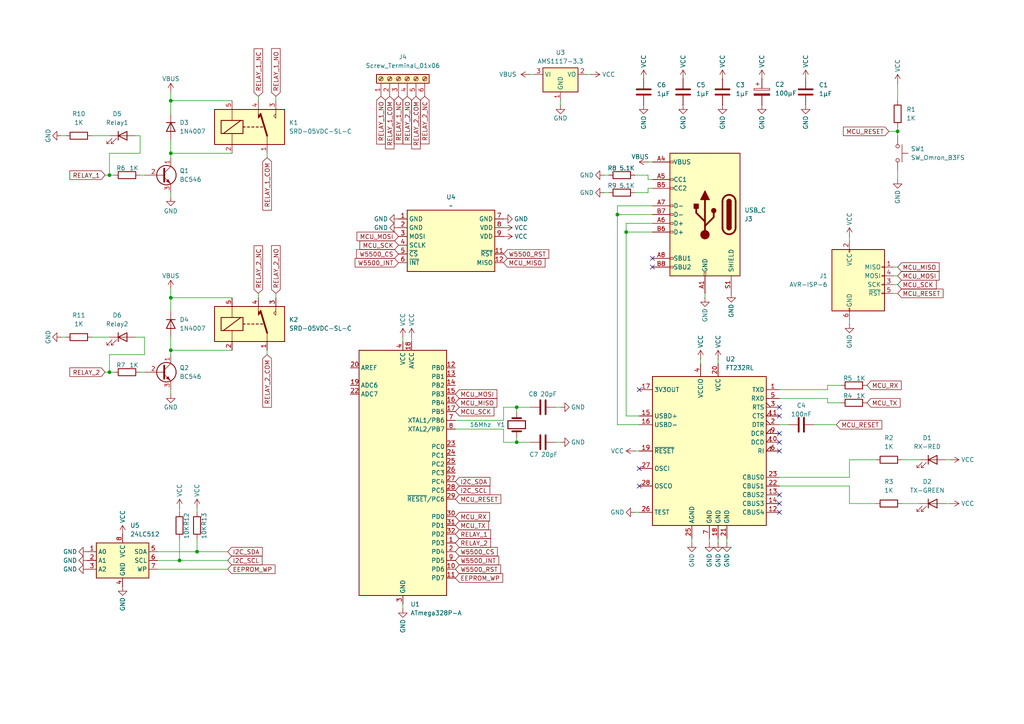
<source format=kicad_sch>
(kicad_sch (version 20231120) (generator "eeschema") (generator_version "8.0")
  (paper "A4")
  (lib_symbols
    (symbol "Connector:AVR-ISP-6" (pin_names (offset 1.016))
      (property "Reference" "J" (at -6.35 11.43 0))
      (property "Value" "AVR-ISP-6" (at 0 11.43 0))
      (symbol "AVR-ISP-6_1_1"
        (pin passive line (at 10.16 5.08 180) (length 2.54) (name "MISO") (number "1"))
        (pin passive line (at -2.54 12.7 270) (length 2.54) (name "VCC") (number "2"))
        (pin passive line (at 10.16 0 180) (length 2.54) (name "SCK") (number "3"))
        (pin passive line (at 10.16 2.54 180) (length 2.54) (name "MOSI") (number "4"))
        (pin passive line (at 10.16 -2.54 180) (length 2.54) (name "~{RST}") (number "5"))
        (pin passive line (at -2.54 -10.16 90) (length 2.54) (name "GND") (number "6"))
      )
    )
    (symbol "Connector:Screw_Terminal_01x06" (pin_names (offset 1.016) hide)
      (property "Reference" "J" (at 0 7.62 0))
      (property "Value" "Screw_Terminal_01x06" (at 0 -10.16 0))
      (symbol "Screw_Terminal_01x06_1_1"
        (pin passive line (at -5.08 5.08 0) (length 3.81) (name "Pin_1") (number "1"))
        (pin passive line (at -5.08 2.54 0) (length 3.81) (name "Pin_2") (number "2"))
        (pin passive line (at -5.08 0 0) (length 3.81) (name "Pin_3") (number "3"))
        (pin passive line (at -5.08 -2.54 0) (length 3.81) (name "Pin_4") (number "4"))
        (pin passive line (at -5.08 -5.08 0) (length 3.81) (name "Pin_5") (number "5"))
        (pin passive line (at -5.08 -7.62 0) (length 3.81) (name "Pin_6") (number "6"))
      )
    )
    (symbol "Connector:USB_C_Receptacle_USB2.0_16P" (pin_names (offset 1.016))
      (property "Reference" "J" (at 0 22.225 0))
      (property "Value" "USB_C_Receptacle_USB2.0_16P" (at 0 19.685 0))
      (symbol "USB_C_Receptacle_USB2.0_16P_1_1"
        (pin passive line (at 0 -22.86 90) (length 5.08) (name "GND") (number "A1"))
        (pin passive line (at 0 -22.86 90) (length 5.08) hide (name "GND") (number "A12"))
        (pin passive line (at 15.24 15.24 180) (length 5.08) (name "VBUS") (number "A4"))
        (pin bidirectional line (at 15.24 10.16 180) (length 5.08) (name "CC1") (number "A5"))
        (pin bidirectional line (at 15.24 -2.54 180) (length 5.08) (name "D+") (number "A6"))
        (pin bidirectional line (at 15.24 2.54 180) (length 5.08) (name "D-") (number "A7"))
        (pin bidirectional line (at 15.24 -12.7 180) (length 5.08) (name "SBU1") (number "A8"))
        (pin passive line (at 15.24 15.24 180) (length 5.08) hide (name "VBUS") (number "A9"))
        (pin passive line (at 0 -22.86 90) (length 5.08) hide (name "GND") (number "B1"))
        (pin passive line (at 0 -22.86 90) (length 5.08) hide (name "GND") (number "B12"))
        (pin passive line (at 15.24 15.24 180) (length 5.08) hide (name "VBUS") (number "B4"))
        (pin bidirectional line (at 15.24 7.62 180) (length 5.08) (name "CC2") (number "B5"))
        (pin bidirectional line (at 15.24 -5.08 180) (length 5.08) (name "D+") (number "B6"))
        (pin bidirectional line (at 15.24 0 180) (length 5.08) (name "D-") (number "B7"))
        (pin bidirectional line (at 15.24 -15.24 180) (length 5.08) (name "SBU2") (number "B8"))
        (pin passive line (at 15.24 15.24 180) (length 5.08) hide (name "VBUS") (number "B9"))
        (pin passive line (at -7.62 -22.86 90) (length 5.08) (name "SHIELD") (number "S1"))
      )
    )
    (symbol "Device:C" (pin_numbers hide) (pin_names (offset 0.254))
      (property "Reference" "C" (at 0.635 2.54 0))
      (property "Value" "C" (at 0.635 -2.54 0))
      (symbol "C_1_1"
        (pin passive line (at 0 3.81 270) (length 2.794) (name "~") (number "1"))
        (pin passive line (at 0 -3.81 90) (length 2.794) (name "~") (number "2"))
      )
    )
    (symbol "Device:C_Polarized" (pin_numbers hide) (pin_names (offset 0.254))
      (property "Reference" "C" (at 0.635 2.54 0))
      (property "Value" "C_Polarized" (at 0.635 -2.54 0))
      (symbol "C_Polarized_1_1"
        (pin passive line (at 0 3.81 270) (length 2.794) (name "~") (number "1"))
        (pin passive line (at 0 -3.81 90) (length 2.794) (name "~") (number "2"))
      )
    )
    (symbol "Device:Crystal" (pin_numbers hide) (pin_names (offset 1.016) hide)
      (property "Reference" "Y" (at 0 3.81 0))
      (property "Value" "Crystal" (at 0 -3.81 0))
      (symbol "Crystal_1_1"
        (pin passive line (at -3.81 0 0) (length 1.27) (name "1") (number "1"))
        (pin passive line (at 3.81 0 180) (length 1.27) (name "2") (number "2"))
      )
    )
    (symbol "Device:LED" (pin_numbers hide) (pin_names (offset 1.016) hide)
      (property "Reference" "D" (at 0 2.54 0))
      (property "Value" "LED" (at 0 -2.54 0))
      (symbol "LED_1_1"
        (pin passive line (at -3.81 0 0) (length 2.54) (name "K") (number "1"))
        (pin passive line (at 3.81 0 180) (length 2.54) (name "A") (number "2"))
      )
    )
    (symbol "Device:R" (pin_numbers hide) (pin_names (offset 0))
      (property "Reference" "R" (at 2.032 0 90))
      (property "Value" "R" (at 0 0 90))
      (symbol "R_1_1"
        (pin passive line (at 0 3.81 270) (length 1.27) (name "~") (number "1"))
        (pin passive line (at 0 -3.81 90) (length 1.27) (name "~") (number "2"))
      )
    )
    (symbol "Diode:1N4007" (pin_numbers hide) (pin_names hide)
      (property "Reference" "D" (at 0 2.54 0))
      (property "Value" "1N4007" (at 0 -2.54 0))
      (symbol "1N4007_1_1"
        (pin passive line (at -3.81 0 0) (length 2.54) (name "K") (number "1"))
        (pin passive line (at 3.81 0 180) (length 2.54) (name "A") (number "2"))
      )
    )
    (symbol "Interface_USB:FT232RL"
      (property "Reference" "U" (at -16.51 22.86 0))
      (property "Value" "FT232RL" (at 10.16 22.86 0))
      (symbol "FT232RL_1_1"
        (pin output line (at 20.32 17.78 180) (length 3.81) (name "TXD") (number "1"))
        (pin input input_low (at 20.32 2.54 180) (length 3.81) (name "DCD") (number "10"))
        (pin input input_low (at 20.32 10.16 180) (length 3.81) (name "CTS") (number "11"))
        (pin bidirectional line (at 20.32 -17.78 180) (length 3.81) (name "CBUS4") (number "12"))
        (pin bidirectional line (at 20.32 -12.7 180) (length 3.81) (name "CBUS2") (number "13"))
        (pin bidirectional line (at 20.32 -15.24 180) (length 3.81) (name "CBUS3") (number "14"))
        (pin bidirectional line (at -20.32 10.16 0) (length 3.81) (name "USBD+") (number "15"))
        (pin bidirectional line (at -20.32 7.62 0) (length 3.81) (name "USBD-") (number "16"))
        (pin power_out line (at -20.32 17.78 0) (length 3.81) (name "3V3OUT") (number "17"))
        (pin power_in line (at 2.54 -25.4 90) (length 3.81) (name "GND") (number "18"))
        (pin input line (at -20.32 0 0) (length 3.81) (name "~{RESET}") (number "19"))
        (pin output output_low (at 20.32 7.62 180) (length 3.81) (name "DTR") (number "2"))
        (pin power_in line (at 2.54 25.4 270) (length 3.81) (name "VCC") (number "20"))
        (pin power_in line (at 5.08 -25.4 90) (length 3.81) (name "GND") (number "21"))
        (pin bidirectional line (at 20.32 -10.16 180) (length 3.81) (name "CBUS1") (number "22"))
        (pin bidirectional line (at 20.32 -7.62 180) (length 3.81) (name "CBUS0") (number "23"))
        (pin power_in line (at -5.08 -25.4 90) (length 3.81) (name "AGND") (number "25"))
        (pin input line (at -20.32 -17.78 0) (length 3.81) (name "TEST") (number "26"))
        (pin input line (at -20.32 -5.08 0) (length 3.81) (name "OSCI") (number "27"))
        (pin output line (at -20.32 -10.16 0) (length 3.81) (name "OSCO") (number "28"))
        (pin output output_low (at 20.32 12.7 180) (length 3.81) (name "RTS") (number "3"))
        (pin power_in line (at -2.54 25.4 270) (length 3.81) (name "VCCIO") (number "4"))
        (pin input line (at 20.32 15.24 180) (length 3.81) (name "RXD") (number "5"))
        (pin input input_low (at 20.32 0 180) (length 3.81) (name "RI") (number "6"))
        (pin power_in line (at 0 -25.4 90) (length 3.81) (name "GND") (number "7"))
        (pin input input_low (at 20.32 5.08 180) (length 3.81) (name "DCR") (number "9"))
      )
    )
    (symbol "MCU_Microchip_ATmega:ATmega328P-A"
      (property "Reference" "U" (at -12.7 36.83 0))
      (property "Value" "ATmega328P-A" (at 2.54 -36.83 0))
      (symbol "ATmega328P-A_1_1"
        (pin bidirectional line (at 15.24 -20.32 180) (length 2.54) (name "PD3") (number "1"))
        (pin bidirectional line (at 15.24 -27.94 180) (length 2.54) (name "PD6") (number "10"))
        (pin bidirectional line (at 15.24 -30.48 180) (length 2.54) (name "PD7") (number "11"))
        (pin bidirectional line (at 15.24 30.48 180) (length 2.54) (name "PB0") (number "12"))
        (pin bidirectional line (at 15.24 27.94 180) (length 2.54) (name "PB1") (number "13"))
        (pin bidirectional line (at 15.24 25.4 180) (length 2.54) (name "PB2") (number "14"))
        (pin bidirectional line (at 15.24 22.86 180) (length 2.54) (name "PB3") (number "15"))
        (pin bidirectional line (at 15.24 20.32 180) (length 2.54) (name "PB4") (number "16"))
        (pin bidirectional line (at 15.24 17.78 180) (length 2.54) (name "PB5") (number "17"))
        (pin power_in line (at 2.54 38.1 270) (length 2.54) (name "AVCC") (number "18"))
        (pin input line (at -15.24 25.4 0) (length 2.54) (name "ADC6") (number "19"))
        (pin bidirectional line (at 15.24 -22.86 180) (length 2.54) (name "PD4") (number "2"))
        (pin passive line (at -15.24 30.48 0) (length 2.54) (name "AREF") (number "20"))
        (pin passive line (at 0 -38.1 90) (length 2.54) hide (name "GND") (number "21"))
        (pin input line (at -15.24 22.86 0) (length 2.54) (name "ADC7") (number "22"))
        (pin bidirectional line (at 15.24 7.62 180) (length 2.54) (name "PC0") (number "23"))
        (pin bidirectional line (at 15.24 5.08 180) (length 2.54) (name "PC1") (number "24"))
        (pin bidirectional line (at 15.24 2.54 180) (length 2.54) (name "PC2") (number "25"))
        (pin bidirectional line (at 15.24 0 180) (length 2.54) (name "PC3") (number "26"))
        (pin bidirectional line (at 15.24 -2.54 180) (length 2.54) (name "PC4") (number "27"))
        (pin bidirectional line (at 15.24 -5.08 180) (length 2.54) (name "PC5") (number "28"))
        (pin bidirectional line (at 15.24 -7.62 180) (length 2.54) (name "~{RESET}/PC6") (number "29"))
        (pin power_in line (at 0 -38.1 90) (length 2.54) (name "GND") (number "3"))
        (pin bidirectional line (at 15.24 -12.7 180) (length 2.54) (name "PD0") (number "30"))
        (pin bidirectional line (at 15.24 -15.24 180) (length 2.54) (name "PD1") (number "31"))
        (pin bidirectional line (at 15.24 -17.78 180) (length 2.54) (name "PD2") (number "32"))
        (pin power_in line (at 0 38.1 270) (length 2.54) (name "VCC") (number "4"))
        (pin passive line (at 0 -38.1 90) (length 2.54) hide (name "GND") (number "5"))
        (pin passive line (at 0 38.1 270) (length 2.54) hide (name "VCC") (number "6"))
        (pin bidirectional line (at 15.24 15.24 180) (length 2.54) (name "XTAL1/PB6") (number "7"))
        (pin bidirectional line (at 15.24 12.7 180) (length 2.54) (name "XTAL2/PB7") (number "8"))
        (pin bidirectional line (at 15.24 -25.4 180) (length 2.54) (name "PD5") (number "9"))
      )
    )
    (symbol "Memory_EEPROM:24LC512"
      (property "Reference" "U" (at -6.35 6.35 0))
      (property "Value" "24LC512" (at 1.27 6.35 0))
      (symbol "24LC512_1_1"
        (pin input line (at -10.16 2.54 0) (length 2.54) (name "A0") (number "1"))
        (pin input line (at -10.16 0 0) (length 2.54) (name "A1") (number "2"))
        (pin input line (at -10.16 -2.54 0) (length 2.54) (name "A2") (number "3"))
        (pin power_in line (at 0 -7.62 90) (length 2.54) (name "GND") (number "4"))
        (pin bidirectional line (at 10.16 2.54 180) (length 2.54) (name "SDA") (number "5"))
        (pin input line (at 10.16 0 180) (length 2.54) (name "SCL") (number "6"))
        (pin input line (at 10.16 -2.54 180) (length 2.54) (name "WP") (number "7"))
        (pin power_in line (at 0 7.62 270) (length 2.54) (name "VCC") (number "8"))
      )
    )
    (symbol "Regulator_Linear:AMS1117-3.3"
      (property "Reference" "U" (at -3.81 3.175 0))
      (property "Value" "AMS1117-3.3" (at 0 3.175 0))
      (symbol "AMS1117-3.3_1_1"
        (pin power_in line (at 0 -7.62 90) (length 2.54) (name "GND") (number "1"))
        (pin power_out line (at 7.62 0 180) (length 2.54) (name "VO") (number "2"))
        (pin power_in line (at -7.62 0 0) (length 2.54) (name "VI") (number "3"))
      )
    )
    (symbol "Relay:SANYOU_SRD_Form_C"
      (property "Reference" "K" (at 11.43 3.81 0))
      (property "Value" "SANYOU_SRD_Form_C" (at 11.43 1.27 0))
      (symbol "SANYOU_SRD_Form_C_1_1"
        (pin passive line (at 5.08 -7.62 90) (length 2.54) (name "~") (number "1"))
        (pin passive line (at -5.08 -7.62 90) (length 2.54) (name "~") (number "2"))
        (pin passive line (at 7.62 7.62 270) (length 2.54) (name "~") (number "3"))
        (pin passive line (at 2.54 7.62 270) (length 2.54) (name "~") (number "4"))
        (pin passive line (at -5.08 7.62 270) (length 2.54) (name "~") (number "5"))
      )
    )
    (symbol "Switch:SW_Omron_B3FS" (pin_numbers hide) (pin_names (offset 1.016) hide)
      (property "Reference" "SW" (at 1.27 2.54 0))
      (property "Value" "SW_Omron_B3FS" (at 0 -1.524 0))
      (symbol "SW_Omron_B3FS_0_1"
        (pin passive line (at -5.08 0 0) (length 2.54) (name "1") (number "1"))
        (pin passive line (at 5.08 0 180) (length 2.54) (name "2") (number "2"))
      )
    )
    (symbol "Transistor_BJT:BC546" (pin_names (offset 0) hide)
      (property "Reference" "Q" (at 5.08 1.905 0))
      (property "Value" "BC546" (at 5.08 0 0))
      (symbol "BC546_1_1"
        (pin passive line (at 2.54 5.08 270) (length 2.54) (name "C") (number "1"))
        (pin input line (at -5.08 0 0) (length 5.08) (name "B") (number "2"))
        (pin passive line (at 2.54 -5.08 90) (length 2.54) (name "E") (number "3"))
      )
    )
    (symbol "power:GND" (power) (pin_numbers hide) (pin_names (offset 0) hide)
      (property "Value" "GND" (at 0 -3.81 0))
      (symbol "GND_1_1"
        (pin power_in line (at 0 0 270) (length 0) (name "~") (number "1"))
      )
    )
    (symbol "power:VBUS" (power) (pin_numbers hide) (pin_names (offset 0) hide)
      (property "Value" "VBUS" (at 0 3.556 0))
      (symbol "VBUS_1_1"
        (pin power_in line (at 0 0 90) (length 0) (name "~") (number "1"))
      )
    )
    (symbol "power:VCC" (power) (pin_numbers hide) (pin_names (offset 0) hide)
      (property "Value" "VCC" (at 0 3.556 0))
      (symbol "VCC_1_1"
        (pin power_in line (at 0 0 90) (length 0) (name "~") (number "1"))
      )
    )
    (symbol "w5500-module:W5500Mini"
      (property "Reference" "U" (at 0 0 0))
      (symbol "W5500Mini_1_1"
        (pin power_in line (at -15.24 -3.81 0) (length 2.54) (name "GND") (number "1"))
        (pin no_connect line (at 15.24 -11.43 180) (length 2.54) hide (name "NC") (number "10"))
        (pin input line (at 15.24 -13.97 180) (length 2.54) (name "~{RST}") (number "11"))
        (pin output line (at 15.24 -16.51 180) (length 2.54) (name "MISO") (number "12"))
        (pin power_in line (at -15.24 -6.35 0) (length 2.54) (name "GND") (number "2"))
        (pin input line (at -15.24 -8.89 0) (length 2.54) (name "MOSI") (number "3"))
        (pin input line (at -15.24 -11.43 0) (length 2.54) (name "SCLK") (number "4"))
        (pin input line (at -15.24 -13.97 0) (length 2.54) (name "~{CS}") (number "5"))
        (pin input line (at -15.24 -16.51 0) (length 2.54) (name "~{INT}") (number "6"))
        (pin power_in line (at 15.24 -3.81 180) (length 2.54) (name "GND") (number "7"))
        (pin power_in line (at 15.24 -6.35 180) (length 2.54) (name "VDD") (number "8"))
        (pin power_in line (at 15.24 -8.89 180) (length 2.54) (name "VDD") (number "9"))
      )
    )
  )
  (junction (at 179.07 62.23))
  (junction (at 149.86 128.27))
  (junction (at 49.53 101.6))
  (junction (at 57.15 160.02))
  (junction (at 31.75 107.95))
  (junction (at 260.35 38.1))
  (junction (at 49.53 44.45))
  (junction (at 49.53 29.21))
  (junction (at 31.75 50.8))
  (junction (at 181.61 67.31))
  (junction (at 149.86 118.11))
  (junction (at 52.07 162.56))
  (junction (at 49.53 86.36))
  (no_connect (at 226.06 120.65))
  (no_connect (at 226.06 148.59))
  (no_connect (at 226.06 130.81))
  (no_connect (at 189.23 77.47))
  (no_connect (at 189.23 74.93))
  (no_connect (at 226.06 146.05))
  (no_connect (at 185.42 113.03))
  (no_connect (at 185.42 140.97))
  (no_connect (at 226.06 128.27))
  (no_connect (at 226.06 118.11))
  (no_connect (at 185.42 135.89))
  (no_connect (at 226.06 125.73))
  (no_connect (at 226.06 143.51))
  (wire (pts (xy 39.37 97.79) (xy 41.91 97.79)))
  (wire (pts (xy 52.07 147.32) (xy 52.07 148.59)))
  (wire (pts (xy 66.04 160.02) (xy 57.15 160.02)))
  (wire (pts (xy 184.15 148.59) (xy 185.42 148.59)))
  (wire (pts (xy 175.26 50.8) (xy 176.53 50.8)))
  (wire (pts (xy 259.08 80.01) (xy 260.35 80.01)))
  (wire (pts (xy 259.08 77.47) (xy 260.35 77.47)))
  (wire (pts (xy 31.75 50.8) (xy 30.48 50.8)))
  (wire (pts (xy 49.53 114.3) (xy 49.53 113.03)))
  (wire (pts (xy 246.38 140.97) (xy 246.38 146.05)))
  (wire (pts (xy 246.38 68.58) (xy 246.38 69.85)))
  (wire (pts (xy 49.53 101.6) (xy 67.31 101.6)))
  (wire (pts (xy 67.31 86.36) (xy 49.53 86.36)))
  (wire (pts (xy 246.38 146.05) (xy 254 146.05)))
  (wire (pts (xy 260.35 49.53) (xy 260.35 52.07)))
  (wire (pts (xy 181.61 120.65) (xy 181.61 67.31)))
  (wire (pts (xy 181.61 67.31) (xy 189.23 67.31)))
  (wire (pts (xy 80.01 85.09) (xy 80.01 86.36)))
  (wire (pts (xy 274.32 146.05) (xy 275.59 146.05)))
  (wire (pts (xy 49.53 44.45) (xy 67.31 44.45)))
  (wire (pts (xy 208.28 156.21) (xy 208.28 157.48)))
  (wire (pts (xy 132.08 121.92) (xy 146.05 121.92)))
  (wire (pts (xy 57.15 147.32) (xy 57.15 148.59)))
  (wire (pts (xy 185.42 123.19) (xy 179.07 123.19)))
  (wire (pts (xy 226.06 115.57) (xy 240.03 115.57)))
  (wire (pts (xy 189.23 52.07) (xy 187.96 52.07)))
  (wire (pts (xy 33.02 107.95) (xy 31.75 107.95)))
  (wire (pts (xy 200.66 156.21) (xy 200.66 157.48)))
  (wire (pts (xy 74.93 27.94) (xy 74.93 29.21)))
  (wire (pts (xy 171.45 21.59) (xy 170.18 21.59)))
  (wire (pts (xy 204.47 86.36) (xy 204.47 85.09)))
  (wire (pts (xy 146.05 128.27) (xy 149.86 128.27)))
  (wire (pts (xy 41.91 102.87) (xy 31.75 102.87)))
  (wire (pts (xy 119.38 97.79) (xy 119.38 99.06)))
  (wire (pts (xy 49.53 40.64) (xy 49.53 44.45)))
  (wire (pts (xy 260.35 36.83) (xy 260.35 38.1)))
  (wire (pts (xy 162.56 30.48) (xy 162.56 29.21)))
  (wire (pts (xy 77.47 45.72) (xy 77.47 44.45)))
  (wire (pts (xy 33.02 50.8) (xy 31.75 50.8)))
  (wire (pts (xy 274.32 133.35) (xy 275.59 133.35)))
  (wire (pts (xy 146.05 118.11) (xy 149.86 118.11)))
  (wire (pts (xy 149.86 118.11) (xy 149.86 119.38)))
  (wire (pts (xy 41.91 97.79) (xy 41.91 102.87)))
  (wire (pts (xy 26.67 97.79) (xy 31.75 97.79)))
  (wire (pts (xy 146.05 124.46) (xy 146.05 128.27)))
  (wire (pts (xy 259.08 82.55) (xy 260.35 82.55)))
  (wire (pts (xy 189.23 64.77) (xy 181.61 64.77)))
  (wire (pts (xy 40.64 107.95) (xy 41.91 107.95)))
  (wire (pts (xy 259.08 85.09) (xy 260.35 85.09)))
  (wire (pts (xy 39.37 39.37) (xy 40.64 39.37)))
  (wire (pts (xy 52.07 156.21) (xy 52.07 162.56)))
  (wire (pts (xy 149.86 118.11) (xy 153.67 118.11)))
  (wire (pts (xy 52.07 162.56) (xy 45.72 162.56)))
  (wire (pts (xy 187.96 54.61) (xy 187.96 55.88)))
  (wire (pts (xy 261.62 133.35) (xy 266.7 133.35)))
  (wire (pts (xy 40.64 39.37) (xy 40.64 44.45)))
  (wire (pts (xy 161.29 128.27) (xy 162.56 128.27)))
  (wire (pts (xy 49.53 44.45) (xy 49.53 45.72)))
  (wire (pts (xy 205.74 156.21) (xy 205.74 157.48)))
  (wire (pts (xy 31.75 102.87) (xy 31.75 107.95)))
  (wire (pts (xy 80.01 27.94) (xy 80.01 29.21)))
  (wire (pts (xy 187.96 50.8) (xy 184.15 50.8)))
  (wire (pts (xy 17.78 39.37) (xy 19.05 39.37)))
  (wire (pts (xy 240.03 116.84) (xy 243.84 116.84)))
  (wire (pts (xy 49.53 97.79) (xy 49.53 101.6)))
  (wire (pts (xy 149.86 128.27) (xy 153.67 128.27)))
  (wire (pts (xy 210.82 156.21) (xy 210.82 157.48)))
  (wire (pts (xy 240.03 111.76) (xy 243.84 111.76)))
  (wire (pts (xy 187.96 46.99) (xy 189.23 46.99)))
  (wire (pts (xy 17.78 97.79) (xy 19.05 97.79)))
  (wire (pts (xy 40.64 44.45) (xy 31.75 44.45)))
  (wire (pts (xy 240.03 115.57) (xy 240.03 116.84)))
  (wire (pts (xy 179.07 62.23) (xy 189.23 62.23)))
  (wire (pts (xy 189.23 54.61) (xy 187.96 54.61)))
  (wire (pts (xy 181.61 64.77) (xy 181.61 67.31)))
  (wire (pts (xy 74.93 85.09) (xy 74.93 86.36)))
  (wire (pts (xy 31.75 107.95) (xy 30.48 107.95)))
  (wire (pts (xy 240.03 113.03) (xy 240.03 111.76)))
  (wire (pts (xy 161.29 118.11) (xy 162.56 118.11)))
  (wire (pts (xy 31.75 44.45) (xy 31.75 50.8)))
  (wire (pts (xy 226.06 123.19) (xy 228.6 123.19)))
  (wire (pts (xy 246.38 138.43) (xy 246.38 133.35)))
  (wire (pts (xy 66.04 165.1) (xy 45.72 165.1)))
  (wire (pts (xy 40.64 50.8) (xy 41.91 50.8)))
  (wire (pts (xy 49.53 101.6) (xy 49.53 102.87)))
  (wire (pts (xy 57.15 156.21) (xy 57.15 160.02)))
  (wire (pts (xy 77.47 102.87) (xy 77.47 101.6)))
  (wire (pts (xy 226.06 140.97) (xy 246.38 140.97)))
  (wire (pts (xy 149.86 127) (xy 149.86 128.27)))
  (wire (pts (xy 49.53 29.21) (xy 49.53 33.02)))
  (wire (pts (xy 246.38 133.35) (xy 254 133.35)))
  (wire (pts (xy 49.53 83.82) (xy 49.53 86.36)))
  (wire (pts (xy 57.15 160.02) (xy 45.72 160.02)))
  (wire (pts (xy 116.84 176.53) (xy 116.84 175.26)))
  (wire (pts (xy 226.06 138.43) (xy 246.38 138.43)))
  (wire (pts (xy 179.07 123.19) (xy 179.07 62.23)))
  (wire (pts (xy 226.06 113.03) (xy 240.03 113.03)))
  (wire (pts (xy 187.96 52.07) (xy 187.96 50.8)))
  (wire (pts (xy 203.2 104.14) (xy 203.2 105.41)))
  (wire (pts (xy 208.28 104.14) (xy 208.28 105.41)))
  (wire (pts (xy 26.67 39.37) (xy 31.75 39.37)))
  (wire (pts (xy 246.38 93.98) (xy 246.38 92.71)))
  (wire (pts (xy 260.35 24.13) (xy 260.35 29.21)))
  (wire (pts (xy 66.04 162.56) (xy 52.07 162.56)))
  (wire (pts (xy 189.23 59.69) (xy 179.07 59.69)))
  (wire (pts (xy 260.35 38.1) (xy 260.35 39.37)))
  (wire (pts (xy 49.53 26.67) (xy 49.53 29.21)))
  (wire (pts (xy 146.05 121.92) (xy 146.05 118.11)))
  (wire (pts (xy 132.08 124.46) (xy 146.05 124.46)))
  (wire (pts (xy 179.07 59.69) (xy 179.07 62.23)))
  (wire (pts (xy 184.15 130.81) (xy 185.42 130.81)))
  (wire (pts (xy 185.42 120.65) (xy 181.61 120.65)))
  (wire (pts (xy 49.53 86.36) (xy 49.53 90.17)))
  (wire (pts (xy 153.67 21.59) (xy 154.94 21.59)))
  (wire (pts (xy 175.26 55.88) (xy 176.53 55.88)))
  (wire (pts (xy 236.22 123.19) (xy 242.57 123.19)))
  (wire (pts (xy 261.62 146.05) (xy 266.7 146.05)))
  (wire (pts (xy 116.84 97.79) (xy 116.84 99.06)))
  (wire (pts (xy 67.31 29.21) (xy 49.53 29.21)))
  (wire (pts (xy 187.96 55.88) (xy 184.15 55.88)))
  (wire (pts (xy 257.81 38.1) (xy 260.35 38.1)))
  (wire (pts (xy 49.53 57.15) (xy 49.53 55.88)))
  (global_label "RELAY_1_COM" (shape input) (at 77.47 45.72 270) (property "Intersheetrefs" "${INTERSHEET_REFS}" (effects (hide yes))))
  (global_label "MCU_MISO" (shape input) (at 146.05 76.2 0) (property "Intersheetrefs" "${INTERSHEET_REFS}" (effects (hide yes))))
  (global_label "EEPROM_WP" (shape input) (at 66.04 165.1 0) (property "Intersheetrefs" "${INTERSHEET_REFS}" (effects (hide yes))))
  (global_label "RELAY_2_NC" (shape input) (at 74.93 85.09 90) (property "Intersheetrefs" "${INTERSHEET_REFS}" (effects (hide yes))))
  (global_label "MCU_RX" (shape input) (at 251.46 111.76 0) (property "Intersheetrefs" "${INTERSHEET_REFS}" (effects (hide yes))))
  (global_label "MCU_MOSI" (shape input) (at 132.08 114.3 0) (property "Intersheetrefs" "${INTERSHEET_REFS}" (effects (hide yes))))
  (global_label "RELAY_2_NC" (shape input) (at 123.19 27.94 270) (property "Intersheetrefs" "${INTERSHEET_REFS}" (effects (hide yes))))
  (global_label "W5500_CS" (shape input) (at 132.08 160.02 0) (property "Intersheetrefs" "${INTERSHEET_REFS}" (effects (hide yes))))
  (global_label "W5500_RST" (shape input) (at 146.05 73.66 0) (property "Intersheetrefs" "${INTERSHEET_REFS}" (effects (hide yes))))
  (global_label "MCU_MOSI" (shape input) (at 115.57 68.58 180) (property "Intersheetrefs" "${INTERSHEET_REFS}" (effects (hide yes))))
  (global_label "I2C_SCL" (shape input) (at 132.08 142.24 0) (property "Intersheetrefs" "${INTERSHEET_REFS}" (effects (hide yes))))
  (global_label "W5500_RST" (shape input) (at 132.08 165.1 0) (property "Intersheetrefs" "${INTERSHEET_REFS}" (effects (hide yes))))
  (global_label "RELAY_2_NO" (shape input) (at 80.01 85.09 90) (property "Intersheetrefs" "${INTERSHEET_REFS}" (effects (hide yes))))
  (global_label "RELAY_2" (shape input) (at 132.08 157.48 0) (property "Intersheetrefs" "${INTERSHEET_REFS}" (effects (hide yes))))
  (global_label "MCU_MISO" (shape input) (at 132.08 116.84 0) (property "Intersheetrefs" "${INTERSHEET_REFS}" (effects (hide yes))))
  (global_label "MCU_MISO" (shape input) (at 260.35 77.47 0) (property "Intersheetrefs" "${INTERSHEET_REFS}" (effects (hide yes))))
  (global_label "MCU_RESET" (shape input) (at 257.81 38.1 180) (property "Intersheetrefs" "${INTERSHEET_REFS}" (effects (hide yes))))
  (global_label "RELAY_1_NO" (shape input) (at 110.49 27.94 270) (property "Intersheetrefs" "${INTERSHEET_REFS}" (effects (hide yes))))
  (global_label "MCU_MOSI" (shape input) (at 260.35 80.01 0) (property "Intersheetrefs" "${INTERSHEET_REFS}" (effects (hide yes))))
  (global_label "RELAY_1_NO" (shape input) (at 80.01 27.94 90) (property "Intersheetrefs" "${INTERSHEET_REFS}" (effects (hide yes))))
  (global_label "MCU_RX" (shape input) (at 132.08 149.86 0) (property "Intersheetrefs" "${INTERSHEET_REFS}" (effects (hide yes))))
  (global_label "RELAY_1_NC" (shape input) (at 115.57 27.94 270) (property "Intersheetrefs" "${INTERSHEET_REFS}" (effects (hide yes))))
  (global_label "MCU_SCK" (shape input) (at 132.08 119.38 0) (property "Intersheetrefs" "${INTERSHEET_REFS}" (effects (hide yes))))
  (global_label "RELAY_2" (shape input) (at 30.48 107.95 180) (property "Intersheetrefs" "${INTERSHEET_REFS}" (effects (hide yes))))
  (global_label "MCU_RESET" (shape input) (at 132.08 144.78 0) (property "Intersheetrefs" "${INTERSHEET_REFS}" (effects (hide yes))))
  (global_label "EEPROM_WP" (shape input) (at 132.08 167.64 0) (property "Intersheetrefs" "${INTERSHEET_REFS}" (effects (hide yes))))
  (global_label "RELAY_2_COM" (shape input) (at 77.47 102.87 270) (property "Intersheetrefs" "${INTERSHEET_REFS}" (effects (hide yes))))
  (global_label "W5500_INT" (shape input) (at 115.57 76.2 180) (property "Intersheetrefs" "${INTERSHEET_REFS}" (effects (hide yes))))
  (global_label "MCU_SCK" (shape input) (at 115.57 71.12 180) (property "Intersheetrefs" "${INTERSHEET_REFS}" (effects (hide yes))))
  (global_label "W5500_CS" (shape input) (at 115.57 73.66 180) (property "Intersheetrefs" "${INTERSHEET_REFS}" (effects (hide yes))))
  (global_label "MCU_TX" (shape input) (at 251.46 116.84 0) (property "Intersheetrefs" "${INTERSHEET_REFS}" (effects (hide yes))))
  (global_label "MCU_TX" (shape input) (at 132.08 152.4 0) (property "Intersheetrefs" "${INTERSHEET_REFS}" (effects (hide yes))))
  (global_label "RELAY_2_COM" (shape input) (at 120.65 27.94 270) (property "Intersheetrefs" "${INTERSHEET_REFS}" (effects (hide yes))))
  (global_label "RELAY_1" (shape input) (at 132.08 154.94 0) (property "Intersheetrefs" "${INTERSHEET_REFS}" (effects (hide yes))))
  (global_label "MCU_SCK" (shape input) (at 260.35 82.55 0) (property "Intersheetrefs" "${INTERSHEET_REFS}" (effects (hide yes))))
  (global_label "RELAY_1_COM" (shape input) (at 113.03 27.94 270) (property "Intersheetrefs" "${INTERSHEET_REFS}" (effects (hide yes))))
  (global_label "RELAY_1" (shape input) (at 30.48 50.8 180) (property "Intersheetrefs" "${INTERSHEET_REFS}" (effects (hide yes))))
  (global_label "RELAY_2_NO" (shape input) (at 118.11 27.94 270) (property "Intersheetrefs" "${INTERSHEET_REFS}" (effects (hide yes))))
  (global_label "MCU_RESET" (shape input) (at 242.57 123.19 0) (property "Intersheetrefs" "${INTERSHEET_REFS}" (effects (hide yes))))
  (global_label "I2C_SCL" (shape input) (at 66.04 162.56 0) (property "Intersheetrefs" "${INTERSHEET_REFS}" (effects (hide yes))))
  (global_label "RELAY_1_NC" (shape input) (at 74.93 27.94 90) (property "Intersheetrefs" "${INTERSHEET_REFS}" (effects (hide yes))))
  (global_label "I2C_SDA" (shape input) (at 132.08 139.7 0) (property "Intersheetrefs" "${INTERSHEET_REFS}" (effects (hide yes))))
  (global_label "MCU_RESET" (shape input) (at 260.35 85.09 0) (property "Intersheetrefs" "${INTERSHEET_REFS}" (effects (hide yes))))
  (global_label "I2C_SDA" (shape input) (at 66.04 160.02 0) (property "Intersheetrefs" "${INTERSHEET_REFS}" (effects (hide yes))))
  (global_label "W5500_INT" (shape input) (at 132.08 162.56 0) (property "Intersheetrefs" "${INTERSHEET_REFS}" (effects (hide yes))))
  (symbol (lib_id "Device:LED") (at 35.56 97.79 0) (unit 1)
    (property "Reference" "D6" (at 33.9725 91.44 0))
    (property "Value" "Relay2" (at 33.9725 93.98 0))
    (property "Footprint" "LED_SMD:LED_1206_3216Metric_Pad1.42x1.75mm_HandSolder" (effects (hide yes)))
    (property "Description" "Light emitting diode" (effects (hide yes)))
  )
  (symbol (lib_id "power:VCC") (at 209.55 22.86 0) (unit 1)
    (property "Reference" "#PWR010" (effects (hide yes)))
    (property "Value" "VCC" (at 209.55 17.78 90))
    (property "Description" "Power symbol creates a global label with name \"VCC\"" (effects (hide yes)))
  )
  (symbol (lib_id "Device:R") (at 36.83 50.8 90) (unit 1)
    (property "Reference" "R6" (at 35.052 48.768 90))
    (property "Value" "1K" (at 38.862 48.768 90))
    (property "Footprint" "Resistor_SMD:R_1206_3216Metric_Pad1.30x1.75mm_HandSolder" (effects (hide yes)))
    (property "Description" "Resistor" (effects (hide yes)))
  )
  (symbol (lib_id "power:GND") (at 162.56 128.27 90) (unit 1)
    (property "Reference" "#PWR031" (effects (hide yes)))
    (property "Value" "GND" (at 167.64 128.27 90))
    (property "Description" "Power symbol creates a global label with name \"GND\" , ground" (effects (hide yes)))
  )
  (symbol (lib_id "power:VCC") (at 208.28 104.14 0) (unit 1)
    (property "Reference" "#PWR014" (effects (hide yes)))
    (property "Value" "VCC" (at 208.28 99.06 90))
    (property "Description" "Power symbol creates a global label with name \"VCC\"" (effects (hide yes)))
  )
  (symbol (lib_id "Transistor_BJT:BC546") (at 46.99 107.95 0) (unit 1)
    (property "Reference" "Q2" (at 52.07 106.6799 0) (effects (justify left)))
    (property "Value" "BC546" (at 52.07 109.2199 0) (effects (justify left)))
    (property "Footprint" "Package_TO_SOT_THT:TO-92_Inline" (effects (hide yes)))
    (property "Datasheet" "https://www.onsemi.com/pub/Collateral/BC550-D.pdf" (effects (hide yes)))
    (property "Description" "0.1A Ic, 65V Vce, Small Signal NPN Transistor, TO-92" (effects (hide yes)))
  )
  (symbol (lib_id "power:VBUS") (at 187.96 46.99 90) (unit 1)
    (property "Reference" "#PWR043" (effects (hide yes)))
    (property "Value" "VBUS" (at 188.214 45.466 90) (effects (justify left)))
    (property "Description" "Power symbol creates a global label with name \"VBUS\"" (effects (hide yes)))
  )
  (symbol (lib_id "Transistor_BJT:BC546") (at 46.99 50.8 0) (unit 1)
    (property "Reference" "Q1" (at 52.07 49.5299 0) (effects (justify left)))
    (property "Value" "BC546" (at 52.07 52.0699 0) (effects (justify left)))
    (property "Footprint" "Package_TO_SOT_THT:TO-92_Inline" (effects (hide yes)))
    (property "Datasheet" "https://www.onsemi.com/pub/Collateral/BC550-D.pdf" (effects (hide yes)))
    (property "Description" "0.1A Ic, 65V Vce, Small Signal NPN Transistor, TO-92" (effects (hide yes)))
  )
  (symbol (lib_id "power:GND") (at 184.15 148.59 270) (unit 1)
    (property "Reference" "#PWR020" (effects (hide yes)))
    (property "Value" "GND" (at 179.07 148.59 90))
    (property "Description" "Power symbol creates a global label with name \"GND\" , ground" (effects (hide yes)))
  )
  (symbol (lib_id "power:GND") (at 115.57 66.04 270) (unit 1)
    (property "Reference" "#PWR038" (effects (hide yes)))
    (property "Value" "GND" (at 110.49 66.04 90))
    (property "Description" "Power symbol creates a global label with name \"GND\" , ground" (effects (hide yes)))
  )
  (symbol (lib_id "Interface_USB:FT232RL") (at 205.74 130.81 0) (unit 1)
    (property "Reference" "U2" (at 210.4741 104.14 0) (effects (justify left)))
    (property "Value" "FT232RL" (at 210.4741 106.68 0) (effects (justify left)))
    (property "Footprint" "Package_SO:SSOP-28_5.3x10.2mm_P0.65mm" (effects (hide yes)))
    (property "Datasheet" "https://www.ftdichip.com/Support/Documents/DataSheets/ICs/DS_FT232R.pdf" (effects (hide yes)))
    (property "Description" "USB to Serial Interface, SSOP-28" (effects (hide yes)))
  )
  (symbol (lib_id "Device:R") (at 22.86 97.79 270) (unit 1)
    (property "Reference" "R11" (at 22.86 91.44 90))
    (property "Value" "1K" (at 22.86 93.98 90))
    (property "Footprint" "Resistor_SMD:R_1206_3216Metric_Pad1.30x1.75mm_HandSolder" (effects (hide yes)))
    (property "Description" "Resistor" (effects (hide yes)))
  )
  (symbol (lib_id "Device:R") (at 180.34 55.88 90) (unit 1)
    (property "Reference" "R9" (at 177.546 53.848 90))
    (property "Value" "5.1K" (at 181.864 53.848 90))
    (property "Footprint" "Resistor_SMD:R_1206_3216Metric_Pad1.30x1.75mm_HandSolder" (effects (hide yes)))
    (property "Description" "Resistor" (effects (hide yes)))
  )
  (symbol (lib_id "power:GND") (at 210.82 157.48 0) (unit 1)
    (property "Reference" "#PWR019" (effects (hide yes)))
    (property "Value" "GND" (at 210.82 162.56 90))
    (property "Description" "Power symbol creates a global label with name \"GND\" , ground" (effects (hide yes)))
  )
  (symbol (lib_id "power:VCC") (at 186.69 22.86 0) (unit 1)
    (property "Reference" "#PWR026" (effects (hide yes)))
    (property "Value" "VCC" (at 186.69 17.78 90))
    (property "Description" "Power symbol creates a global label with name \"VCC\"" (effects (hide yes)))
  )
  (symbol (lib_id "Device:R") (at 247.65 116.84 90) (unit 1)
    (property "Reference" "R4" (at 245.872 114.808 90))
    (property "Value" "1K" (at 249.682 114.808 90))
    (property "Footprint" "Resistor_SMD:R_1206_3216Metric_Pad1.30x1.75mm_HandSolder" (effects (hide yes)))
    (property "Description" "Resistor" (effects (hide yes)))
  )
  (symbol (lib_id "Device:R") (at 22.86 39.37 270) (unit 1)
    (property "Reference" "R10" (at 22.86 33.02 90))
    (property "Value" "1K" (at 22.86 35.56 90))
    (property "Footprint" "Resistor_SMD:R_1206_3216Metric_Pad1.30x1.75mm_HandSolder" (effects (hide yes)))
    (property "Description" "Resistor" (effects (hide yes)))
  )
  (symbol (lib_id "power:GND") (at 116.84 176.53 0) (unit 1)
    (property "Reference" "#PWR05" (effects (hide yes)))
    (property "Value" "GND" (at 116.84 181.61 90))
    (property "Description" "Power symbol creates a global label with name \"GND\" , ground" (effects (hide yes)))
  )
  (symbol (lib_id "power:VCC") (at 275.59 146.05 270) (unit 1)
    (property "Reference" "#PWR013" (effects (hide yes)))
    (property "Value" "VCC" (at 280.67 146.05 90))
    (property "Description" "Power symbol creates a global label with name \"VCC\"" (effects (hide yes)))
  )
  (symbol (lib_id "power:GND") (at 25.4 162.56 270) (unit 1)
    (property "Reference" "#PWR050" (effects (hide yes)))
    (property "Value" "GND" (at 20.32 162.56 90))
    (property "Description" "Power symbol creates a global label with name \"GND\" , ground" (effects (hide yes)))
  )
  (symbol (lib_id "power:VCC") (at 233.68 22.86 0) (unit 1)
    (property "Reference" "#PWR07" (effects (hide yes)))
    (property "Value" "VCC" (at 233.68 17.78 90))
    (property "Description" "Power symbol creates a global label with name \"VCC\"" (effects (hide yes)))
  )
  (symbol (lib_id "Device:LED") (at 270.51 146.05 0) (unit 1)
    (property "Reference" "D2" (at 268.9225 139.7 0))
    (property "Value" "TX-GREEN" (at 268.9225 142.24 0))
    (property "Footprint" "LED_SMD:LED_1206_3216Metric_Pad1.42x1.75mm_HandSolder" (effects (hide yes)))
    (property "Description" "Light emitting diode" (effects (hide yes)))
  )
  (symbol (lib_id "power:GND") (at 25.4 165.1 270) (unit 1)
    (property "Reference" "#PWR051" (effects (hide yes)))
    (property "Value" "GND" (at 20.32 165.1 90))
    (property "Description" "Power symbol creates a global label with name \"GND\" , ground" (effects (hide yes)))
  )
  (symbol (lib_id "Device:R") (at 257.81 146.05 270) (unit 1)
    (property "Reference" "R3" (at 257.81 139.7 90))
    (property "Value" "1K" (at 257.81 142.24 90))
    (property "Footprint" "Resistor_SMD:R_1206_3216Metric_Pad1.30x1.75mm_HandSolder" (effects (hide yes)))
    (property "Description" "Resistor" (effects (hide yes)))
  )
  (symbol (lib_id "MCU_Microchip_ATmega:ATmega328P-A") (at 116.84 137.16 0) (unit 1)
    (property "Reference" "U1" (at 119.0341 175.26 0) (effects (justify left)))
    (property "Value" "ATmega328P-A" (at 119.0341 177.8 0) (effects (justify left)))
    (property "Footprint" "Package_QFP:TQFP-32_7x7mm_P0.8mm" (effects (hide yes)))
    (property "Datasheet" "http://ww1.microchip.com/downloads/en/DeviceDoc/ATmega328_P%20AVR%20MCU%20with%20picoPower%20Technology%20Data%20Sheet%2040001984A.pdf" (effects (hide yes)))
    (property "Description" "20MHz, 32kB Flash, 2kB SRAM, 1kB EEPROM, TQFP-32" (effects (hide yes)))
  )
  (symbol (lib_id "Device:R") (at 36.83 107.95 90) (unit 1)
    (property "Reference" "R7" (at 35.052 105.918 90))
    (property "Value" "1K" (at 38.862 105.918 90))
    (property "Footprint" "Resistor_SMD:R_1206_3216Metric_Pad1.30x1.75mm_HandSolder" (effects (hide yes)))
    (property "Description" "Resistor" (effects (hide yes)))
  )
  (symbol (lib_id "Device:C") (at 157.48 118.11 90) (unit 1)
    (property "Reference" "C8" (at 155.956 114.3 90) (effects (justify left)))
    (property "Value" "20pF" (at 161.544 114.3 90) (effects (justify left)))
    (property "Footprint" "Capacitor_SMD:C_1206_3216Metric_Pad1.33x1.80mm_HandSolder" (effects (hide yes)))
    (property "Description" "Unpolarized capacitor" (effects (hide yes)))
  )
  (symbol (lib_id "Device:R") (at 257.81 133.35 270) (unit 1)
    (property "Reference" "R2" (at 257.81 127 90))
    (property "Value" "1K" (at 257.81 129.54 90))
    (property "Footprint" "Resistor_SMD:R_1206_3216Metric_Pad1.30x1.75mm_HandSolder" (effects (hide yes)))
    (property "Description" "Resistor" (effects (hide yes)))
  )
  (symbol (lib_id "Device:R") (at 247.65 111.76 90) (unit 1)
    (property "Reference" "R5" (at 245.872 109.728 90))
    (property "Value" "1K" (at 249.682 109.728 90))
    (property "Footprint" "Resistor_SMD:R_1206_3216Metric_Pad1.30x1.75mm_HandSolder" (effects (hide yes)))
    (property "Description" "Resistor" (effects (hide yes)))
  )
  (symbol (lib_id "Device:R") (at 52.07 152.4 0) (unit 1)
    (property "Reference" "R12" (at 54.102 150.622 90))
    (property "Value" "10K" (at 54.102 154.432 90))
    (property "Footprint" "Resistor_SMD:R_1206_3216Metric_Pad1.30x1.75mm_HandSolder" (effects (hide yes)))
    (property "Description" "Resistor" (effects (hide yes)))
  )
  (symbol (lib_id "power:GND") (at 49.53 57.15 0) (unit 1)
    (property "Reference" "#PWR033" (effects (hide yes)))
    (property "Value" "GND" (at 49.53 61.214 0))
    (property "Description" "Power symbol creates a global label with name \"GND\" , ground" (effects (hide yes)))
  )
  (symbol (lib_id "power:GND") (at 220.98 30.48 0) (unit 1)
    (property "Reference" "#PWR09" (effects (hide yes)))
    (property "Value" "GND" (at 220.98 35.56 90))
    (property "Description" "Power symbol creates a global label with name \"GND\" , ground" (effects (hide yes)))
  )
  (symbol (lib_id "power:VCC") (at 220.98 22.86 0) (unit 1)
    (property "Reference" "#PWR08" (effects (hide yes)))
    (property "Value" "VCC" (at 220.98 17.78 90))
    (property "Description" "Power symbol creates a global label with name \"VCC\"" (effects (hide yes)))
  )
  (symbol (lib_id "power:GND") (at 115.57 63.5 270) (unit 1)
    (property "Reference" "#PWR039" (effects (hide yes)))
    (property "Value" "GND" (at 110.49 63.5 90))
    (property "Description" "Power symbol creates a global label with name \"GND\" , ground" (effects (hide yes)))
  )
  (symbol (lib_id "power:GND") (at 200.66 157.48 0) (unit 1)
    (property "Reference" "#PWR016" (effects (hide yes)))
    (property "Value" "GND" (at 200.66 162.56 90))
    (property "Description" "Power symbol creates a global label with name \"GND\" , ground" (effects (hide yes)))
  )
  (symbol (lib_id "Device:R") (at 180.34 50.8 90) (unit 1)
    (property "Reference" "R8" (at 177.546 48.768 90))
    (property "Value" "5.1K" (at 181.864 48.768 90))
    (property "Footprint" "Resistor_SMD:R_1206_3216Metric_Pad1.30x1.75mm_HandSolder" (effects (hide yes)))
    (property "Description" "Resistor" (effects (hide yes)))
  )
  (symbol (lib_id "power:GND") (at 49.53 114.3 0) (unit 1)
    (property "Reference" "#PWR035" (effects (hide yes)))
    (property "Value" "GND" (at 49.53 118.11 0))
    (property "Description" "Power symbol creates a global label with name \"GND\" , ground" (effects (hide yes)))
  )
  (symbol (lib_id "Device:R") (at 57.15 152.4 0) (unit 1)
    (property "Reference" "R13" (at 59.182 150.622 90))
    (property "Value" "10K" (at 59.182 154.432 90))
    (property "Footprint" "Resistor_SMD:R_1206_3216Metric_Pad1.30x1.75mm_HandSolder" (effects (hide yes)))
    (property "Description" "Resistor" (effects (hide yes)))
  )
  (symbol (lib_id "power:VBUS") (at 49.53 26.67 0) (unit 1)
    (property "Reference" "#PWR032" (effects (hide yes)))
    (property "Value" "VBUS" (at 49.53 22.86 0))
    (property "Description" "Power symbol creates a global label with name \"VBUS\"" (effects (hide yes)))
  )
  (symbol (lib_id "power:GND") (at 35.56 170.18 0) (unit 1)
    (property "Reference" "#PWR048" (effects (hide yes)))
    (property "Value" "GND" (at 35.56 175.26 90))
    (property "Description" "Power symbol creates a global label with name \"GND\" , ground" (effects (hide yes)))
  )
  (symbol (lib_id "Relay:SANYOU_SRD_Form_C") (at 72.39 93.98 0) (unit 1)
    (property "Reference" "K2" (at 83.82 92.7099 0) (effects (justify left)))
    (property "Value" "SRD-05VDC-SL-C" (at 83.82 95.2499 0) (effects (justify left)))
    (property "Footprint" "Relay_THT:Relay_SPDT_SANYOU_SRD_Series_Form_C" (effects (hide yes)))
    (property "Datasheet" "http://www.sanyourelay.ca/public/products/pdf/SRD.pdf" (effects (hide yes)))
    (property "Description" "Sanyo SRD relay, Single Pole Miniature Power Relay," (effects (hide yes)))
  )
  (symbol (lib_id "power:GND") (at 175.26 50.8 270) (unit 1)
    (property "Reference" "#PWR040" (effects (hide yes)))
    (property "Value" "GND" (at 170.18 50.8 90))
    (property "Description" "Power symbol creates a global label with name \"GND\" , ground" (effects (hide yes)))
  )
  (symbol (lib_id "power:VBUS") (at 153.67 21.59 90) (unit 1)
    (property "Reference" "#PWR022" (effects (hide yes)))
    (property "Value" "VBUS" (at 149.86 21.5899 90) (effects (justify left)))
    (property "Description" "Power symbol creates a global label with name \"VBUS\"" (effects (hide yes)))
  )
  (symbol (lib_id "power:VCC") (at 260.35 24.13 0) (unit 1)
    (property "Reference" "#PWR01" (effects (hide yes)))
    (property "Value" "VCC" (at 260.35 19.05 90))
    (property "Description" "Power symbol creates a global label with name \"VCC\"" (effects (hide yes)))
  )
  (symbol (lib_id "w5500-module:W5500Mini") (at 130.81 59.69 0) (unit 1)
    (property "Reference" "U4" (at 130.81 57.15 0))
    (property "Value" "~" (at 130.81 59.69 0))
    (property "Footprint" "W5500Mini:W5500Mini" (effects (hide yes)))
  )
  (symbol (lib_id "power:GND") (at 17.78 97.79 270) (unit 1)
    (property "Reference" "#PWR052" (effects (hide yes)))
    (property "Value" "GND" (at 13.97 97.79 0))
    (property "Description" "Power symbol creates a global label with name \"GND\" , ground" (effects (hide yes)))
  )
  (symbol (lib_id "power:VCC") (at 184.15 130.81 90) (unit 1)
    (property "Reference" "#PWR045" (effects (hide yes)))
    (property "Value" "VCC" (at 179.07 130.81 90))
    (property "Description" "Power symbol creates a global label with name \"VCC\"" (effects (hide yes)))
  )
  (symbol (lib_id "power:GND") (at 25.4 160.02 270) (unit 1)
    (property "Reference" "#PWR049" (effects (hide yes)))
    (property "Value" "GND" (at 20.32 160.02 90))
    (property "Description" "Power symbol creates a global label with name \"GND\" , ground" (effects (hide yes)))
  )
  (symbol (lib_id "power:GND") (at 162.56 30.48 0) (unit 1)
    (property "Reference" "#PWR023" (effects (hide yes)))
    (property "Value" "GND" (at 162.56 34.29 0))
    (property "Description" "Power symbol creates a global label with name \"GND\" , ground" (effects (hide yes)))
  )
  (symbol (lib_id "Device:C") (at 209.55 26.67 0) (unit 1)
    (property "Reference" "C3" (at 213.36 24.638 0) (effects (justify left)))
    (property "Value" "1µF" (at 213.36 27.178 0) (effects (justify left)))
    (property "Footprint" "Capacitor_SMD:C_1206_3216Metric_Pad1.33x1.80mm_HandSolder" (effects (hide yes)))
    (property "Description" "Unpolarized capacitor" (effects (hide yes)))
  )
  (symbol (lib_id "Device:LED") (at 35.56 39.37 0) (unit 1)
    (property "Reference" "D5" (at 33.9725 33.02 0))
    (property "Value" "Relay1" (at 33.9725 35.56 0))
    (property "Footprint" "LED_SMD:LED_1206_3216Metric_Pad1.42x1.75mm_HandSolder" (effects (hide yes)))
    (property "Description" "Light emitting diode" (effects (hide yes)))
  )
  (symbol (lib_id "power:GND") (at 175.26 55.88 270) (unit 1)
    (property "Reference" "#PWR044" (effects (hide yes)))
    (property "Value" "GND" (at 170.18 55.88 90))
    (property "Description" "Power symbol creates a global label with name \"GND\" , ground" (effects (hide yes)))
  )
  (symbol (lib_id "Device:R") (at 260.35 33.02 0) (unit 1)
    (property "Reference" "R1" (at 262.89 31.7499 0) (effects (justify left)))
    (property "Value" "1K" (at 262.89 34.2899 0) (effects (justify left)))
    (property "Footprint" "Resistor_SMD:R_1206_3216Metric_Pad1.30x1.75mm_HandSolder" (effects (hide yes)))
    (property "Description" "Resistor" (effects (hide yes)))
  )
  (symbol (lib_id "Device:C") (at 232.41 123.19 270) (unit 1)
    (property "Reference" "C4" (at 232.41 117.602 90))
    (property "Value" "100nF" (at 232.41 120.142 90))
    (property "Footprint" "Capacitor_SMD:C_1206_3216Metric_Pad1.33x1.80mm_HandSolder" (effects (hide yes)))
    (property "Description" "Unpolarized capacitor" (effects (hide yes)))
  )
  (symbol (lib_id "power:GND") (at 212.09 85.09 0) (unit 1)
    (property "Reference" "#PWR046" (effects (hide yes)))
    (property "Value" "GND" (at 212.09 90.17 90))
    (property "Description" "Power symbol creates a global label with name \"GND\" , ground" (effects (hide yes)))
  )
  (symbol (lib_id "Device:C_Polarized") (at 220.98 26.67 0) (unit 1)
    (property "Reference" "C2" (at 224.79 24.5109 0) (effects (justify left)))
    (property "Value" "100µF" (at 224.79 27.0509 0) (effects (justify left)))
    (property "Footprint" "Capacitor_SMD:CP_Elec_5x5.8" (effects (hide yes)))
    (property "Description" "6.3v Polarized capacitor" (effects (hide yes)))
  )
  (symbol (lib_id "power:GND") (at 17.78 39.37 270) (unit 1)
    (property "Reference" "#PWR053" (effects (hide yes)))
    (property "Value" "GND" (at 13.97 39.37 0))
    (property "Description" "Power symbol creates a global label with name \"GND\" , ground" (effects (hide yes)))
  )
  (symbol (lib_id "power:VCC") (at 119.38 97.79 0) (unit 1)
    (property "Reference" "#PWR04" (effects (hide yes)))
    (property "Value" "VCC" (at 119.38 92.71 90))
    (property "Description" "Power symbol creates a global label with name \"VCC\"" (effects (hide yes)))
  )
  (symbol (lib_id "power:GND") (at 209.55 30.48 0) (unit 1)
    (property "Reference" "#PWR011" (effects (hide yes)))
    (property "Value" "GND" (at 209.55 35.56 90))
    (property "Description" "Power symbol creates a global label with name \"GND\" , ground" (effects (hide yes)))
  )
  (symbol (lib_id "Diode:1N4007") (at 49.53 93.98 270) (unit 1)
    (property "Reference" "D4" (at 52.07 92.7099 90) (effects (justify left)))
    (property "Value" "1N4007" (at 52.07 95.2499 90) (effects (justify left)))
    (property "Footprint" "Diode_THT:D_DO-41_SOD81_P7.62mm_Horizontal" (effects (hide yes)))
    (property "Datasheet" "http://www.vishay.com/docs/88503/1n4001.pdf" (effects (hide yes)))
    (property "Description" "1000V 1A General Purpose Rectifier Diode, DO-41" (effects (hide yes)))
    (property "Sim.Device" "D" (effects (hide yes)))
    (property "Sim.Pins" "1=K 2=A" (effects (hide yes)))
  )
  (symbol (lib_id "power:VCC") (at 246.38 68.58 0) (unit 1)
    (property "Reference" "#PWR029" (effects (hide yes)))
    (property "Value" "VCC" (at 246.38 63.5 90))
    (property "Description" "Power symbol creates a global label with name \"VCC\"" (effects (hide yes)))
  )
  (symbol (lib_id "Connector:AVR-ISP-6") (at 248.92 82.55 0) (unit 1)
    (property "Reference" "J1" (at 240.03 80.0099 0) (effects (justify right)))
    (property "Value" "AVR-ISP-6" (at 240.03 82.5499 0) (effects (justify right)))
    (property "Footprint" "Connector_IDC:IDC-Header_2x03_P2.54mm_Vertical" (effects (hide yes)))
    (property "Datasheet" " ~" (effects (hide yes)))
    (property "Description" "Atmel 6-pin ISP connector" (effects (hide yes)))
  )
  (symbol (lib_id "power:GND") (at 162.56 118.11 90) (unit 1)
    (property "Reference" "#PWR030" (effects (hide yes)))
    (property "Value" "GND" (at 167.64 118.11 90))
    (property "Description" "Power symbol creates a global label with name \"GND\" , ground" (effects (hide yes)))
  )
  (symbol (lib_id "Device:C") (at 186.69 26.67 0) (unit 1)
    (property "Reference" "C6" (at 190.5 24.638 0) (effects (justify left)))
    (property "Value" "1µF" (at 190.5 27.178 0) (effects (justify left)))
    (property "Footprint" "Capacitor_SMD:C_1206_3216Metric_Pad1.33x1.80mm_HandSolder" (effects (hide yes)))
    (property "Description" "Unpolarized capacitor" (effects (hide yes)))
  )
  (symbol (lib_id "Device:C") (at 157.48 128.27 90) (unit 1)
    (property "Reference" "C7" (at 156.21 131.826 90) (effects (justify left)))
    (property "Value" "20pF" (at 161.798 131.826 90) (effects (justify left)))
    (property "Footprint" "Capacitor_SMD:C_1206_3216Metric_Pad1.33x1.80mm_HandSolder" (effects (hide yes)))
    (property "Description" "Unpolarized capacitor" (effects (hide yes)))
  )
  (symbol (lib_id "power:GND") (at 198.12 30.48 0) (unit 1)
    (property "Reference" "#PWR025" (effects (hide yes)))
    (property "Value" "GND" (at 198.12 35.56 90))
    (property "Description" "Power symbol creates a global label with name \"GND\" , ground" (effects (hide yes)))
  )
  (symbol (lib_id "Device:C") (at 233.68 26.67 0) (unit 1)
    (property "Reference" "C1" (at 237.49 24.638 0) (effects (justify left)))
    (property "Value" "1µF" (at 237.49 27.178 0) (effects (justify left)))
    (property "Footprint" "Capacitor_SMD:C_1206_3216Metric_Pad1.33x1.80mm_HandSolder" (effects (hide yes)))
    (property "Description" "Unpolarized capacitor" (effects (hide yes)))
  )
  (symbol (lib_id "Memory_EEPROM:24LC512") (at 35.56 162.56 0) (unit 1)
    (property "Reference" "U5" (at 37.7541 152.4 0) (effects (justify left)))
    (property "Value" "24LC512" (at 37.7541 154.94 0) (effects (justify left)))
    (property "Footprint" "Package_SO:SOIC-8_3.9x4.9mm_P1.27mm" (effects (hide yes)))
    (property "Datasheet" "http://ww1.microchip.com/downloads/en/DeviceDoc/21754M.pdf" (effects (hide yes)))
    (property "Description" "I2C Serial EEPROM, 512Kb, DIP-8/SOIC-8/TSSOP-8/DFN-8" (effects (hide yes)))
  )
  (symbol (lib_id "power:GND") (at 186.69 30.48 0) (unit 1)
    (property "Reference" "#PWR027" (effects (hide yes)))
    (property "Value" "GND" (at 186.69 35.56 90))
    (property "Description" "Power symbol creates a global label with name \"GND\" , ground" (effects (hide yes)))
  )
  (symbol (lib_id "power:VCC") (at 171.45 21.59 270) (unit 1)
    (property "Reference" "#PWR021" (effects (hide yes)))
    (property "Value" "VCC" (at 176.53 21.59 90))
    (property "Description" "Power symbol creates a global label with name \"VCC\"" (effects (hide yes)))
  )
  (symbol (lib_id "power:VCC") (at 116.84 97.79 0) (unit 1)
    (property "Reference" "#PWR03" (effects (hide yes)))
    (property "Value" "VCC" (at 116.84 92.71 90))
    (property "Description" "Power symbol creates a global label with name \"VCC\"" (effects (hide yes)))
  )
  (symbol (lib_id "Device:Crystal") (at 149.86 123.19 90) (unit 1)
    (property "Reference" "Y1" (at 146.558 123.19 90) (effects (justify left)))
    (property "Value" "16Mhz" (at 142.494 123.19 90) (effects (justify left)))
    (property "Footprint" "Crystal:Crystal_HC49-4H_Vertical" (effects (hide yes)))
    (property "Description" "Two pin crystal" (effects (hide yes)))
  )
  (symbol (lib_id "Relay:SANYOU_SRD_Form_C") (at 72.39 36.83 0) (unit 1)
    (property "Reference" "K1" (at 83.82 35.5599 0) (effects (justify left)))
    (property "Value" "SRD-05VDC-SL-C" (at 83.82 38.0999 0) (effects (justify left)))
    (property "Footprint" "Relay_THT:Relay_SPDT_SANYOU_SRD_Series_Form_C" (effects (hide yes)))
    (property "Datasheet" "http://www.sanyourelay.ca/public/products/pdf/SRD.pdf" (effects (hide yes)))
    (property "Description" "Sanyo SRD relay, Single Pole Miniature Power Relay," (effects (hide yes)))
  )
  (symbol (lib_id "power:VCC") (at 146.05 66.04 270) (unit 1)
    (property "Reference" "#PWR036" (effects (hide yes)))
    (property "Value" "VCC" (at 151.13 66.04 90))
    (property "Description" "Power symbol creates a global label with name \"VCC\"" (effects (hide yes)))
  )
  (symbol (lib_id "Diode:1N4007") (at 49.53 36.83 270) (unit 1)
    (property "Reference" "D3" (at 52.07 35.5599 90) (effects (justify left)))
    (property "Value" "1N4007" (at 52.07 38.0999 90) (effects (justify left)))
    (property "Footprint" "Diode_THT:D_DO-41_SOD81_P7.62mm_Horizontal" (effects (hide yes)))
    (property "Datasheet" "http://www.vishay.com/docs/88503/1n4001.pdf" (effects (hide yes)))
    (property "Description" "1000V 1A General Purpose Rectifier Diode, DO-41" (effects (hide yes)))
    (property "Sim.Device" "D" (effects (hide yes)))
    (property "Sim.Pins" "1=K 2=A" (effects (hide yes)))
  )
  (symbol (lib_id "power:VCC") (at 146.05 68.58 270) (unit 1)
    (property "Reference" "#PWR037" (effects (hide yes)))
    (property "Value" "VCC" (at 151.13 68.58 90))
    (property "Description" "Power symbol creates a global label with name \"VCC\"" (effects (hide yes)))
  )
  (symbol (lib_id "Connector:USB_C_Receptacle_USB2.0_16P") (at 204.47 62.23 0) (mirror y) (unit 1)
    (property "Reference" "J3" (at 215.9 63.5001 0) (effects (justify right)))
    (property "Value" "USB_C" (at 215.9 60.9601 0) (effects (justify right)))
    (property "Footprint" "Connector_USB:USB_C_Receptacle_GCT_USB4110" (effects (hide yes)))
    (property "Datasheet" "https://www.usb.org/sites/default/files/documents/usb_type-c.zip" (effects (hide yes)))
    (property "Description" "USB 2.0-only 16P Type-C Receptacle connector" (effects (hide yes)))
  )
  (symbol (lib_id "power:VCC") (at 198.12 22.86 0) (unit 1)
    (property "Reference" "#PWR024" (effects (hide yes)))
    (property "Value" "VCC" (at 198.12 17.78 90))
    (property "Description" "Power symbol creates a global label with name \"VCC\"" (effects (hide yes)))
  )
  (symbol (lib_id "power:GND") (at 146.05 63.5 90) (unit 1)
    (property "Reference" "#PWR042" (effects (hide yes)))
    (property "Value" "GND" (at 151.13 63.5 90))
    (property "Description" "Power symbol creates a global label with name \"GND\" , ground" (effects (hide yes)))
  )
  (symbol (lib_id "power:VCC") (at 275.59 133.35 270) (unit 1)
    (property "Reference" "#PWR012" (effects (hide yes)))
    (property "Value" "VCC" (at 280.67 133.35 90))
    (property "Description" "Power symbol creates a global label with name \"VCC\"" (effects (hide yes)))
  )
  (symbol (lib_id "power:GND") (at 205.74 157.48 0) (unit 1)
    (property "Reference" "#PWR017" (effects (hide yes)))
    (property "Value" "GND" (at 205.74 162.56 90))
    (property "Description" "Power symbol creates a global label with name \"GND\" , ground" (effects (hide yes)))
  )
  (symbol (lib_id "Connector:Screw_Terminal_01x06") (at 115.57 22.86 90) (unit 1)
    (property "Reference" "J4" (at 116.84 16.51 90))
    (property "Value" "Screw_Terminal_01x06" (at 116.84 19.05 90))
    (property "Footprint" "TerminalBlock_WAGO:TerminalBlock_WAGO_804-106_1x06_P5.00mm_45Degree" (effects (hide yes)))
    (property "Description" "Generic screw terminal, single row, 01x06, script generated (kicad-library-utils/schlib/autogen/connector/)" (effects (hide yes)))
  )
  (symbol (lib_id "power:VCC") (at 57.15 147.32 0) (unit 1)
    (property "Reference" "#PWR055" (effects (hide yes)))
    (property "Value" "VCC" (at 57.15 142.24 90))
    (property "Description" "Power symbol creates a global label with name \"VCC\"" (effects (hide yes)))
  )
  (symbol (lib_id "power:VCC") (at 52.07 147.32 0) (unit 1)
    (property "Reference" "#PWR054" (effects (hide yes)))
    (property "Value" "VCC" (at 52.07 142.24 90))
    (property "Description" "Power symbol creates a global label with name \"VCC\"" (effects (hide yes)))
  )
  (symbol (lib_id "power:GND") (at 204.47 86.36 0) (unit 1)
    (property "Reference" "#PWR041" (effects (hide yes)))
    (property "Value" "GND" (at 204.47 91.44 90))
    (property "Description" "Power symbol creates a global label with name \"GND\" , ground" (effects (hide yes)))
  )
  (symbol (lib_id "power:VCC") (at 35.56 154.94 0) (unit 1)
    (property "Reference" "#PWR047" (effects (hide yes)))
    (property "Value" "VCC" (at 35.56 149.86 90))
    (property "Description" "Power symbol creates a global label with name \"VCC\"" (effects (hide yes)))
  )
  (symbol (lib_id "Switch:SW_Omron_B3FS") (at 260.35 44.45 270) (unit 1)
    (property "Reference" "SW1" (at 264.16 43.1799 90) (effects (justify left)))
    (property "Value" "SW_Omron_B3FS" (at 264.16 45.7199 90) (effects (justify left)))
    (property "Footprint" "Button_Switch_SMD:SW_SPST_Omron_B3FS-100xP" (effects (hide yes)))
    (property "Datasheet" "https://omronfs.omron.com/en_US/ecb/products/pdf/en-b3fs.pdf" (effects (hide yes)))
    (property "Description" "Omron B3FS 6x6mm single pole normally-open tactile switch" (effects (hide yes)))
  )
  (symbol (lib_id "Device:LED") (at 270.51 133.35 0) (unit 1)
    (property "Reference" "D1" (at 268.9225 127 0))
    (property "Value" "RX-RED" (at 268.9225 129.54 0))
    (property "Footprint" "LED_SMD:LED_1206_3216Metric_Pad1.42x1.75mm_HandSolder" (effects (hide yes)))
    (property "Description" "Light emitting diode" (effects (hide yes)))
  )
  (symbol (lib_id "power:VBUS") (at 49.53 83.82 0) (unit 1)
    (property "Reference" "#PWR034" (effects (hide yes)))
    (property "Value" "VBUS" (at 49.53 80.01 0))
    (property "Description" "Power symbol creates a global label with name \"VBUS\"" (effects (hide yes)))
  )
  (symbol (lib_id "power:VCC") (at 203.2 104.14 0) (unit 1)
    (property "Reference" "#PWR015" (effects (hide yes)))
    (property "Value" "VCC" (at 203.2 99.06 90))
    (property "Description" "Power symbol creates a global label with name \"VCC\"" (effects (hide yes)))
  )
  (symbol (lib_id "power:GND") (at 260.35 52.07 0) (unit 1)
    (property "Reference" "#PWR02" (effects (hide yes)))
    (property "Value" "GND" (at 260.35 57.15 90))
    (property "Description" "Power symbol creates a global label with name \"GND\" , ground" (effects (hide yes)))
  )
  (symbol (lib_id "power:GND") (at 246.38 93.98 0) (unit 1)
    (property "Reference" "#PWR028" (effects (hide yes)))
    (property "Value" "GND" (at 246.38 99.06 90))
    (property "Description" "Power symbol creates a global label with name \"GND\" , ground" (effects (hide yes)))
  )
  (symbol (lib_id "Regulator_Linear:AMS1117-3.3") (at 162.56 21.59 0) (unit 1)
    (property "Reference" "U3" (at 162.56 15.24 0))
    (property "Value" "AMS1117-3.3" (at 162.56 17.78 0))
    (property "Footprint" "Package_TO_SOT_SMD:SOT-223-3_TabPin2" (effects (hide yes)))
    (property "Datasheet" "http://www.advanced-monolithic.com/pdf/ds1117.pdf" (effects (hide yes)))
    (property "Description" "1A Low Dropout regulator, positive, 3.3V fixed output, SOT-223" (effects (hide yes)))
  )
  (symbol (lib_id "power:GND") (at 208.28 157.48 0) (unit 1)
    (property "Reference" "#PWR018" (effects (hide yes)))
    (property "Value" "GND" (at 208.28 162.56 90))
    (property "Description" "Power symbol creates a global label with name \"GND\" , ground" (effects (hide yes)))
  )
  (symbol (lib_id "Device:C") (at 198.12 26.67 0) (unit 1)
    (property "Reference" "C5" (at 201.93 24.638 0) (effects (justify left)))
    (property "Value" "1µF" (at 201.93 27.178 0) (effects (justify left)))
    (property "Footprint" "Capacitor_SMD:C_1206_3216Metric_Pad1.33x1.80mm_HandSolder" (effects (hide yes)))
    (property "Description" "Unpolarized capacitor" (effects (hide yes)))
  )
  (symbol (lib_id "power:GND") (at 233.68 30.48 0) (unit 1)
    (property "Reference" "#PWR06" (effects (hide yes)))
    (property "Value" "GND" (at 233.68 35.56 90))
    (property "Description" "Power symbol creates a global label with name \"GND\" , ground" (effects (hide yes)))
  )
)
</source>
